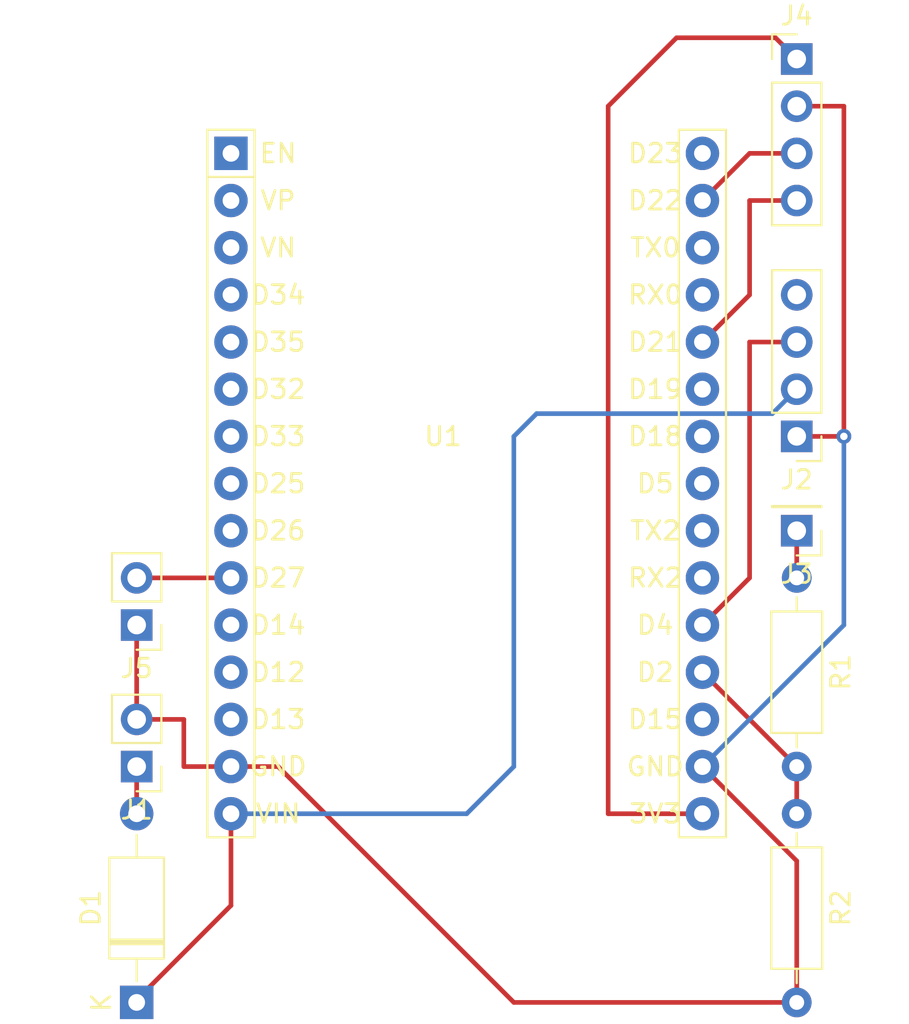
<source format=kicad_pcb>
(kicad_pcb (version 20211014) (generator pcbnew)
  (layers (0 "F.Cu" signal) (31 "B.Cu" signal) (34 "B.Paste" user) (35 "F.Paste" user) (36 "B.SilkS" user "B.Silkscreen") (37 "F.SilkS" user "F.Silkscreen") (38 "B.Mask" user) (39 "F.Mask" user) (44 "Edge.Cuts" user))
  (net 0 "")
  (net 1 "Net-(D1-Pad1)")
  (net 2 "Net-(D1-Pad2)")
  (net 3 "Net-(J1-Pad2)")
  (net 4 "Net-(J2-Pad3)")
  (net 6 "Net-(J3-Pad1)")
  (net 7 "Net-(J4-Pad1)")
  (net 8 "Net-(J4-Pad3)")
  (net 9 "Net-(J4-Pad4)")
  (net 10 "Net-(J5-Pad2)")
  (net 11 "Net-(R1-Pad2)")
  (footprint "Connector_PinHeader_2.54mm:PinHeader_1x01_P2.54mm_Vertical" (layer "F.Cu") (at 170.18 81.28 180)
    (fp_text reference "J3" (at 0 -2.33 180) (layer "F.SilkS"))
    (fp_text value "Conn_battery")
    (fp_line (start -1.33 -1.33) (end 0 -1.33) (layer "F.SilkS") (width 0.12))
    (fp_line (start -1.33 1.33) (end 1.33 1.33) (layer "F.SilkS") (width 0.12))
    (fp_line (start -1.33 0) (end -1.33 -1.33) (layer "F.SilkS") (width 0.12))
    (fp_line (start 1.33 1.27) (end 1.33 1.33) (layer "F.SilkS") (width 0.12))
    (fp_line (start -1.33 1.27) (end 1.33 1.27) (layer "F.SilkS") (width 0.12))
    (fp_line (start -1.33 1.27) (end -1.33 1.33) (layer "F.SilkS") (width 0.12))
    (pad "1" thru_hole rect (at 0 0 180) (size 1.7 1.7) (drill 1) (layers *.Cu *.Mask) (net 6 "Net-(J3-Pad1)"))
  )
  (footprint "Connector_PinHeader_2.54mm:PinHeader_1x02_P2.54mm_Vertical" (layer "F.Cu") (at 134.62 93.98 180)
    (fp_text reference "J1" (at 0 -2.33) (layer "F.SilkS"))
    (fp_text value "Conn_alim")
    (fp_line (start -1.33 1.27) (end 1.33 1.27) (layer "F.SilkS") (width 0.12))
    (fp_line (start 1.33 1.27) (end 1.33 3.87) (layer "F.SilkS") (width 0.12))
    (fp_line (start -1.33 0) (end -1.33 -1.33) (layer "F.SilkS") (width 0.12))
    (fp_line (start -1.33 3.87) (end 1.33 3.87) (layer "F.SilkS") (width 0.12))
    (fp_line (start -1.33 -1.33) (end 0 -1.33) (layer "F.SilkS") (width 0.12))
    (fp_line (start -1.33 1.27) (end -1.33 3.87) (layer "F.SilkS") (width 0.12))
    (pad "1" thru_hole rect (at 0 0 180) (size 1.7 1.7) (drill 1) (layers *.Cu *.Mask) (net 2 "Net-(D1-Pad2)"))
    (pad "2" thru_hole oval (at 0 2.54 180) (size 1.7 1.7) (drill 1) (layers *.Cu *.Mask) (net 3 "Net-(J1-Pad2)"))
  )
  (footprint "Connector_PinHeader_2.54mm:PinHeader_1x02_P2.54mm_Vertical" (layer "F.Cu") (at 134.62 86.36 180)
    (fp_text reference "J5" (at 0 -2.33) (layer "F.SilkS"))
    (fp_text value "Conn_speed_sensor")
    (fp_line (start -1.33 1.27) (end 1.33 1.27) (layer "F.SilkS") (width 0.12))
    (fp_line (start -1.33 3.87) (end 1.33 3.87) (layer "F.SilkS") (width 0.12))
    (fp_line (start -1.33 -1.33) (end 0 -1.33) (layer "F.SilkS") (width 0.12))
    (fp_line (start 1.33 1.27) (end 1.33 3.87) (layer "F.SilkS") (width 0.12))
    (fp_line (start -1.33 1.27) (end -1.33 3.87) (layer "F.SilkS") (width 0.12))
    (fp_line (start -1.33 0) (end -1.33 -1.33) (layer "F.SilkS") (width 0.12))
    (pad "1" thru_hole rect (at 0 0 180) (size 1.7 1.7) (drill 1) (layers *.Cu *.Mask) (net 3 "Net-(J1-Pad2)"))
    (pad "2" thru_hole oval (at 0 2.54 180) (size 1.7 1.7) (drill 1) (layers *.Cu *.Mask) (net 10 "Net-(J5-Pad2)"))
  )
  (footprint "Node_mcu:NodeMCU_SBC" (layer "F.Cu") (at 139.7 60.96)
    (fp_text reference "U1" (at 11.43 15.24) (layer "F.SilkS"))
    (fp_text value "NodeMCU_ESP32")
    (fp_text user "D2" (at 22.86 27.94) (layer "F.SilkS"))
    (fp_text user "D32" (at 2.54 12.7) (layer "F.SilkS"))
    (fp_text user "D27" (at 2.54 22.86) (layer "F.SilkS"))
    (fp_text user "D35" (at 2.54 10.16) (layer "F.SilkS"))
    (fp_text user "D19" (at 22.86 12.7) (layer "F.SilkS"))
    (fp_text user "D15" (at 22.86 30.48) (layer "F.SilkS"))
    (fp_text user "D33" (at 2.54 15.24) (layer "F.SilkS"))
    (fp_text user "D13" (at 2.54 30.48) (layer "F.SilkS"))
    (fp_text user "EN" (at 2.54 0) (layer "F.SilkS"))
    (fp_text user "3V3" (at 22.86 35.56) (layer "F.SilkS"))
    (fp_text user "D23" (at 22.86 0) (layer "F.SilkS"))
    (fp_text user "TX2" (at 22.86 20.32) (layer "F.SilkS"))
    (fp_text user "RX0" (at 22.86 7.62) (layer "F.SilkS"))
    (fp_text user "GND" (at 2.54 33.02) (layer "F.SilkS"))
    (fp_text user "D26" (at 2.54 20.32) (layer "F.SilkS"))
    (fp_text user "D14" (at 2.54 25.4) (layer "F.SilkS"))
    (fp_text user "D21" (at 22.86 10.16) (layer "F.SilkS"))
    (fp_text user "VN" (at 2.54 5.08) (layer "F.SilkS"))
    (fp_text user "D34" (at 2.54 7.62) (layer "F.SilkS"))
    (fp_text user "TX0" (at 22.86 5.08) (layer "F.SilkS"))
    (fp_text user "D5" (at 22.86 17.78) (layer "F.SilkS"))
    (fp_text user "VP" (at 2.54 2.54) (layer "F.SilkS"))
    (fp_text user "GND" (at 22.86 33.02) (layer "F.SilkS"))
    (fp_text user "RX2" (at 22.86 22.86) (layer "F.SilkS"))
    (fp_text user "D12" (at 2.54 27.94) (layer "F.SilkS"))
    (fp_text user "D22" (at 22.86 2.54) (layer "F.SilkS"))
    (fp_text user "D4" (at 22.86 25.4) (layer "F.SilkS"))
    (fp_text user "VIN" (at 2.54 35.56) (layer "F.SilkS"))
    (fp_text user "D25" (at 2.54 17.78) (layer "F.SilkS"))
    (fp_text user "D18" (at 22.86 15.24) (layer "F.SilkS"))
    (fp_line (start 26.67 -1.27) (end 24.13 -1.27) (layer "F.SilkS") (width 0.12))
    (fp_line (start 26.67 36.83) (end 26.67 -1.27) (layer "F.SilkS") (width 0.12))
    (fp_line (start 1.27 -1.27) (end -1.27 -1.27) (layer "F.SilkS") (width 0.12))
    (fp_line (start -1.27 36.83) (end 1.27 36.83) (layer "F.SilkS") (width 0.12))
    (fp_line (start 1.27 1.27) (end -1.27 1.27) (layer "F.SilkS") (width 0.12))
    (fp_line (start 24.13 -1.27) (end 24.13 36.83) (layer "F.SilkS") (width 0.12))
    (fp_line (start -1.27 -1.27) (end -1.27 36.83) (layer "F.SilkS") (width 0.12))
    (fp_line (start 24.13 36.83) (end 26.67 36.83) (layer "F.SilkS") (width 0.12))
    (fp_line (start 1.27 36.83) (end 1.27 -1.27) (layer "F.SilkS") (width 0.12))
    (pad "" np_thru_hole circle (at 0.1125 43.18) (size 3.2 3.2) (drill 3.2) (layers *.Cu *.Mask))
    (pad "" np_thru_hole circle (at 25.3475 -4.25) (size 3.2 3.2) (drill 3.2) (layers *.Cu *.Mask))
    (pad "" np_thru_hole circle (at 0.0625 -4.25) (size 3.2 3.2) (drill 3.2) (layers *.Cu *.Mask))
    (pad "" np_thru_hole circle (at 25.3475 43.18) (size 3.2 3.2) (drill 3.2) (layers *.Cu *.Mask))
    (pad "1" thru_hole rect (at 0 0) (size 1.8 1.8) (drill 0.9) (layers *.Cu *.Mask))
    (pad "2" thru_hole circle (at 0 2.54) (size 1.8 1.8) (drill 0.9) (layers *.Cu *.Mask))
    (pad "3" thru_hole circle (at 0 5.08) (size 1.8 1.8) (drill 0.9) (layers *.Cu *.Mask))
    (pad "4" thru_hole circle (at 0 7.62) (size 1.8 1.8) (drill 0.9) (layers *.Cu *.Mask))
    (pad "5" thru_hole circle (at 0 10.16) (size 1.8 1.8) (drill 0.9) (layers *.Cu *.Mask))
    (pad "6" thru_hole circle (at 0 12.7) (size 1.8 1.8) (drill 0.9) (layers *.Cu *.Mask))
    (pad "7" thru_hole circle (at 0 15.24) (size 1.8 1.8) (drill 0.9) (layers *.Cu *.Mask))
    (pad "8" thru_hole circle (at 0 17.78) (size 1.8 1.8) (drill 0.9) (layers *.Cu *.Mask))
    (pad "9" thru_hole circle (at 0 20.32) (size 1.8 1.8) (drill 0.9) (layers *.Cu *.Mask))
    (pad "10" thru_hole circle (at 0 22.86) (size 1.8 1.8) (drill 0.9) (layers *.Cu *.Mask) (net 10 "Net-(J5-Pad2)"))
    (pad "11" thru_hole circle (at 0 25.4) (size 1.8 1.8) (drill 0.9) (layers *.Cu *.Mask))
    (pad "12" thru_hole circle (at 0 27.94) (size 1.8 1.8) (drill 0.9) (layers *.Cu *.Mask))
    (pad "13" thru_hole circle (at 0 30.48) (size 1.8 1.8) (drill 0.9) (layers *.Cu *.Mask))
    (pad "14" thru_hole circle (at 0 33.02) (size 1.8 1.8) (drill 0.9) (layers *.Cu *.Mask) (net 3 "Net-(J1-Pad2)"))
    (pad "15" thru_hole circle (at 0 35.56) (size 1.8 1.8) (drill 0.9) (layers *.Cu *.Mask) (net 1 "Net-(D1-Pad1)"))
    (pad "16" thru_hole circle (at 25.4 35.56) (size 1.8 1.8) (drill 0.9) (layers *.Cu *.Mask) (net 7 "Net-(J4-Pad1)"))
    (pad "17" thru_hole circle (at 25.4 33.02) (size 1.8 1.8) (drill 0.9) (layers *.Cu *.Mask) (net 3 "Net-(J1-Pad2)"))
    (pad "18" thru_hole circle (at 25.4 30.48) (size 1.8 1.8) (drill 0.9) (layers *.Cu *.Mask))
    (pad "19" thru_hole circle (at 25.4 27.94) (size 1.8 1.8) (drill 0.9) (layers *.Cu *.Mask) (net 11 "Net-(R1-Pad2)"))
    (pad "20" thru_hole circle (at 25.4 25.4) (size 1.8 1.8) (drill 0.9) (layers *.Cu *.Mask) (net 4 "Net-(J2-Pad3)"))
    (pad "21" thru_hole circle (at 25.4 22.86) (size 1.8 1.8) (drill 0.9) (layers *.Cu *.Mask))
    (pad "22" thru_hole circle (at 25.4 20.32) (size 1.8 1.8) (drill 0.9) (layers *.Cu *.Mask))
    (pad "23" thru_hole circle (at 25.4 17.78) (size 1.8 1.8) (drill 0.9) (layers *.Cu *.Mask))
    (pad "24" thru_hole circle (at 25.4 15.24) (size 1.8 1.8) (drill 0.9) (layers *.Cu *.Mask))
    (pad "25" thru_hole circle (at 25.4 12.7) (size 1.8 1.8) (drill 0.9) (layers *.Cu *.Mask))
    (pad "26" thru_hole circle (at 25.4 10.16) (size 1.8 1.8) (drill 0.9) (layers *.Cu *.Mask) (net 9 "Net-(J4-Pad4)"))
    (pad "27" thru_hole circle (at 25.4 7.62) (size 1.8 1.8) (drill 0.9) (layers *.Cu *.Mask))
    (pad "28" thru_hole circle (at 25.4 5.08) (size 1.8 1.8) (drill 0.9) (layers *.Cu *.Mask))
    (pad "29" thru_hole circle (at 25.4 2.54) (size 1.8 1.8) (drill 0.9) (layers *.Cu *.Mask) (net 8 "Net-(J4-Pad3)"))
    (pad "30" thru_hole circle (at 25.4 0) (size 1.8 1.8) (drill 0.9) (layers *.Cu *.Mask))
  )
  (footprint "Diode_THT:D_A-405_P10.16mm_Horizontal" (layer "F.Cu") (at 134.62 106.68 90)
    (fp_text reference "D1" (at 5.08 -2.47 90) (layer "F.SilkS"))
    (fp_text value "D")
    (fp_text user "K" (at 0 -1.9 90) (layer "F.SilkS"))
    (fp_line (start 2.36 -1.47) (end 2.36 1.47) (layer "F.SilkS") (width 0.12))
    (fp_line (start 1.14 0) (end 2.36 0) (layer "F.SilkS") (width 0.12))
    (fp_line (start 9.02 0) (end 7.8 0) (layer "F.SilkS") (width 0.12))
    (fp_line (start 7.8 1.47) (end 7.8 -1.47) (layer "F.SilkS") (width 0.12))
    (fp_line (start 7.8 -1.47) (end 2.36 -1.47) (layer "F.SilkS") (width 0.12))
    (fp_line (start 3.38 -1.47) (end 3.38 1.47) (layer "F.SilkS") (width 0.12))
    (fp_line (start 3.14 -1.47) (end 3.14 1.47) (layer "F.SilkS") (width 0.12))
    (fp_line (start 2.36 1.47) (end 7.8 1.47) (layer "F.SilkS") (width 0.12))
    (fp_line (start 3.26 -1.47) (end 3.26 1.47) (layer "F.SilkS") (width 0.12))
    (pad "1" thru_hole rect (at 0 0 90) (size 1.8 1.8) (drill 0.9) (layers *.Cu *.Mask) (net 1 "Net-(D1-Pad1)"))
    (pad "2" thru_hole oval (at 10.16 0 90) (size 1.8 1.8) (drill 0.9) (layers *.Cu *.Mask) (net 2 "Net-(D1-Pad2)"))
  )
  (footprint "Connector_PinHeader_2.54mm:PinHeader_1x04_P2.54mm_Vertical" (layer "F.Cu") (at 170.18 76.2 180)
    (fp_text reference "J2" (at 0 -2.33) (layer "F.SilkS"))
    (fp_text value "Conn_HSTS016L")
    (fp_line (start -1.33 8.95) (end 1.33 8.95) (layer "F.SilkS") (width 0.12))
    (fp_line (start -1.33 -1.33) (end 0 -1.33) (layer "F.SilkS") (width 0.12))
    (fp_line (start -1.33 1.27) (end -1.33 8.95) (layer "F.SilkS") (width 0.12))
    (fp_line (start -1.33 1.27) (end 1.33 1.27) (layer "F.SilkS") (width 0.12))
    (fp_line (start -1.33 0) (end -1.33 -1.33) (layer "F.SilkS") (width 0.12))
    (fp_line (start 1.33 1.27) (end 1.33 8.95) (layer "F.SilkS") (width 0.12))
    (pad "1" thru_hole rect (at 0 0 180) (size 1.7 1.7) (drill 1) (layers *.Cu *.Mask) (net 3 "Net-(J1-Pad2)"))
    (pad "2" thru_hole oval (at 0 2.54 180) (size 1.7 1.7) (drill 1) (layers *.Cu *.Mask) (net 1 "Net-(D1-Pad1)"))
    (pad "3" thru_hole oval (at 0 5.08 180) (size 1.7 1.7) (drill 1) (layers *.Cu *.Mask) (net 4 "Net-(J2-Pad3)"))
    (pad "4" thru_hole oval (at 0 7.62 180) (size 1.7 1.7) (drill 1) (layers *.Cu *.Mask))
  )
  (footprint "Connector_PinHeader_2.54mm:PinHeader_1x04_P2.54mm_Vertical" (layer "F.Cu") (at 170.18 55.88)
    (fp_text reference "J4" (at 0 -2.33) (layer "F.SilkS"))
    (fp_text value "Conn_I2C")
    (fp_line (start -1.33 0) (end -1.33 -1.33) (layer "F.SilkS") (width 0.12))
    (fp_line (start 1.33 1.27) (end 1.33 8.95) (layer "F.SilkS") (width 0.12))
    (fp_line (start -1.33 8.95) (end 1.33 8.95) (layer "F.SilkS") (width 0.12))
    (fp_line (start -1.33 1.27) (end 1.33 1.27) (layer "F.SilkS") (width 0.12))
    (fp_line (start -1.33 -1.33) (end 0 -1.33) (layer "F.SilkS") (width 0.12))
    (fp_line (start -1.33 1.27) (end -1.33 8.95) (layer "F.SilkS") (width 0.12))
    (pad "1" thru_hole rect (at 0 0) (size 1.7 1.7) (drill 1) (layers *.Cu *.Mask) (net 7 "Net-(J4-Pad1)"))
    (pad "2" thru_hole oval (at 0 2.54) (size 1.7 1.7) (drill 1) (layers *.Cu *.Mask) (net 3 "Net-(J1-Pad2)"))
    (pad "3" thru_hole oval (at 0 5.08) (size 1.7 1.7) (drill 1) (layers *.Cu *.Mask) (net 8 "Net-(J4-Pad3)"))
    (pad "4" thru_hole oval (at 0 7.62) (size 1.7 1.7) (drill 1) (layers *.Cu *.Mask) (net 9 "Net-(J4-Pad4)"))
  )
  (footprint "Resistor_THT:R_Axial_DIN0207_L6.3mm_D2.5mm_P10.16mm_Horizontal" (layer "F.Cu") (at 170.18 96.52 -90)
    (fp_text reference "R2" (at 5.08 -2.37 90) (layer "F.SilkS"))
    (fp_text value "12K")
    (fp_line (start 9.12 0) (end 8.35 0) (layer "F.SilkS") (width 0.12))
    (fp_line (start 1.81 1.37) (end 8.35 1.37) (layer "F.SilkS") (width 0.12))
    (fp_line (start 1.81 -1.37) (end 1.81 1.37) (layer "F.SilkS") (width 0.12))
    (fp_line (start 8.35 1.37) (end 8.35 -1.37) (layer "F.SilkS") (width 0.12))
    (fp_line (start 8.35 -1.37) (end 1.81 -1.37) (layer "F.SilkS") (width 0.12))
    (fp_line (start 1.04 0) (end 1.81 0) (layer "F.SilkS") (width 0.12))
    (pad "1" thru_hole circle (at 0 0 270) (size 1.6 1.6) (drill 0.8) (layers *.Cu *.Mask) (net 11 "Net-(R1-Pad2)"))
    (pad "2" thru_hole oval (at 10.16 0 270) (size 1.6 1.6) (drill 0.8) (layers *.Cu *.Mask) (net 3 "Net-(J1-Pad2)"))
  )
  (footprint "Resistor_THT:R_Axial_DIN0207_L6.3mm_D2.5mm_P10.16mm_Horizontal" (layer "F.Cu") (at 170.18 83.82 -90)
    (fp_text reference "R1" (at 5.08 -2.37 90) (layer "F.SilkS"))
    (fp_text value "180K")
    (fp_line (start 1.04 0) (end 1.81 0) (layer "F.SilkS") (width 0.12))
    (fp_line (start 1.81 -1.37) (end 1.81 1.37) (layer "F.SilkS") (width 0.12))
    (fp_line (start 8.35 1.37) (end 8.35 -1.37) (layer "F.SilkS") (width 0.12))
    (fp_line (start 8.35 -1.37) (end 1.81 -1.37) (layer "F.SilkS") (width 0.12))
    (fp_line (start 1.81 1.37) (end 8.35 1.37) (layer "F.SilkS") (width 0.12))
    (fp_line (start 9.12 0) (end 8.35 0) (layer "F.SilkS") (width 0.12))
    (pad "1" thru_hole circle (at 0 0 270) (size 1.6 1.6) (drill 0.8) (layers *.Cu *.Mask) (net 6 "Net-(J3-Pad1)"))
    (pad "2" thru_hole oval (at 10.16 0 270) (size 1.6 1.6) (drill 0.8) (layers *.Cu *.Mask) (net 11 "Net-(R1-Pad2)"))
  )
  (segment (start 134.62 106.540105) (end 139.7 101.460105) (width 0.25) (layer "F.Cu") (net 1))
  (segment (start 134.62 106.68) (end 134.62 106.540105) (width 0.25) (layer "F.Cu") (net 1))
  (segment (start 139.7 101.460105) (end 139.7 96.52) (width 0.25) (layer "F.Cu") (net 1))
  (segment (start 152.4 96.52) (end 139.7 96.52) (width 0.25) (layer "B.Cu") (net 1))
  (segment (start 156.164511 74.975489) (end 154.94 76.2) (width 0.25) (layer "B.Cu") (net 1))
  (segment (start 168.864511 74.975489) (end 156.164511 74.975489) (width 0.25) (layer "B.Cu") (net 1))
  (segment (start 170.18 73.66) (end 168.864511 74.975489) (width 0.25) (layer "B.Cu") (net 1))
  (segment (start 154.94 93.98) (end 152.4 96.52) (width 0.25) (layer "B.Cu") (net 1))
  (segment (start 154.94 76.2) (end 154.94 93.98) (width 0.25) (layer "B.Cu") (net 1))
  (segment (start 134.62 93.98) (end 134.62 96.52) (width 0.25) (layer "F.Cu") (net 2))
  (segment (start 137.16 93.98) (end 137.16 91.44) (width 0.25) (layer "F.Cu") (net 3))
  (segment (start 142.24 93.98) (end 139.7 93.98) (width 0.25) (layer "F.Cu") (net 3))
  (segment (start 172.72 58.42) (end 172.72 76.2) (width 0.25) (layer "F.Cu") (net 3))
  (segment (start 170.18 106.68) (end 170.18 99.06) (width 0.25) (layer "F.Cu") (net 3))
  (segment (start 170.18 58.42) (end 172.72 58.42) (width 0.25) (layer "F.Cu") (net 3))
  (segment (start 137.16 91.44) (end 134.62 91.44) (width 0.25) (layer "F.Cu") (net 3))
  (segment (start 139.7 93.98) (end 137.16 93.98) (width 0.25) (layer "F.Cu") (net 3))
  (segment (start 134.62 86.36) (end 134.62 91.44) (width 0.25) (layer "F.Cu") (net 3))
  (segment (start 154.94 106.68) (end 142.24 93.98) (width 0.25) (layer "F.Cu") (net 3))
  (segment (start 170.18 99.06) (end 165.1 93.98) (width 0.25) (layer "F.Cu") (net 3))
  (segment (start 170.18 106.68) (end 154.94 106.68) (width 0.25) (layer "F.Cu") (net 3))
  (segment (start 172.72 76.2) (end 170.18 76.2) (width 0.25) (layer "F.Cu") (net 3))
  (via (at 172.72 76.2) (size 0.8) (drill 0.4) (layers "F.Cu" "B.Cu") (net 3))
  (segment (start 172.72 86.36) (end 172.72 76.2) (width 0.25) (layer "B.Cu") (net 3))
  (segment (start 165.1 93.98) (end 172.72 86.36) (width 0.25) (layer "B.Cu") (net 3))
  (segment (start 167.64 83.82) (end 167.64 71.12) (width 0.25) (layer "F.Cu") (net 4))
  (segment (start 165.1 86.36) (end 167.64 83.82) (width 0.25) (layer "F.Cu") (net 4))
  (segment (start 167.64 71.12) (end 170.18 71.12) (width 0.25) (layer "F.Cu") (net 4))
  (segment (start 170.18 83.82) (end 170.18 81.28) (width 0.25) (layer "F.Cu") (net 6))
  (segment (start 163.704521 54.735479) (end 160.02 58.42) (width 0.25) (layer "F.Cu") (net 7))
  (segment (start 160.02 58.42) (end 160.02 96.52) (width 0.25) (layer "F.Cu") (net 7))
  (segment (start 169.035479 54.735479) (end 163.704521 54.735479) (width 0.25) (layer "F.Cu") (net 7))
  (segment (start 170.18 55.88) (end 169.035479 54.735479) (width 0.25) (layer "F.Cu") (net 7))
  (segment (start 160.02 96.52) (end 165.1 96.52) (width 0.25) (layer "F.Cu") (net 7))
  (segment (start 170.18 60.96) (end 167.64 60.96) (width 0.25) (layer "F.Cu") (net 8))
  (segment (start 167.64 60.96) (end 165.1 63.5) (width 0.25) (layer "F.Cu") (net 8))
  (segment (start 167.64 68.58) (end 165.1 71.12) (width 0.25) (layer "F.Cu") (net 9))
  (segment (start 167.64 63.5) (end 167.64 68.58) (width 0.25) (layer "F.Cu") (net 9))
  (segment (start 170.18 63.5) (end 167.64 63.5) (width 0.25) (layer "F.Cu") (net 9))
  (segment (start 134.62 83.82) (end 139.7 83.82) (width 0.25) (layer "F.Cu") (net 10))
  (segment (start 170.18 96.52) (end 170.18 93.98) (width 0.25) (layer "F.Cu") (net 11))
  (segment (start 170.18 93.98) (end 165.1 88.9) (width 0.25) (layer "F.Cu") (net 11))
)
</source>
